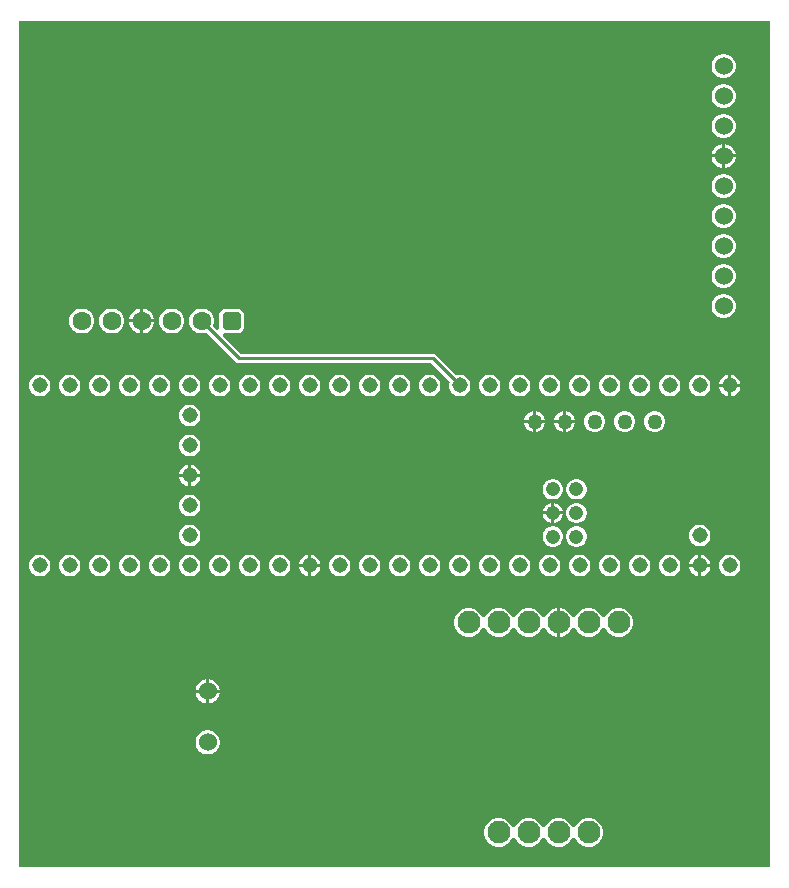
<source format=gbr>
%FSTAX23Y23*%
%MOIN*%
%SFA1B1*%

%IPPOS*%
%AMD27*
4,1,8,-0.015700,-0.031500,0.015700,-0.031500,0.031500,-0.015700,0.031500,0.015700,0.015700,0.031500,-0.015700,0.031500,-0.031500,0.015700,-0.031500,-0.015700,-0.015700,-0.031500,0.0*
1,1,0.031496,-0.015700,-0.015700*
1,1,0.031496,0.015700,-0.015700*
1,1,0.031496,0.015700,0.015700*
1,1,0.031496,-0.015700,0.015700*
%
%ADD13C,0.010000*%
%ADD21C,0.051496*%
%ADD22C,0.049527*%
%ADD23C,0.047559*%
%ADD24C,0.060000*%
%ADD25C,0.076000*%
%ADD26C,0.062992*%
G04~CAMADD=27~8~0.0~0.0~629.9~629.9~157.5~0.0~15~0.0~0.0~0.0~0.0~0~0.0~0.0~0.0~0.0~0~0.0~0.0~0.0~180.0~630.0~630.0*
%ADD27D27*%
%LNpcb1_copper_signal_bot-1*%
%LPD*%
G36*
X02505Y0D02*
X0D01*
Y0282*
X02505*
Y0*
G37*
%LNpcb1_copper_signal_bot-2*%
%LPC*%
G36*
X02355Y0271D02*
X02344D01*
X02334Y02707*
X02325Y02702*
X02317Y02694*
X02312Y02685*
X0231Y02675*
Y02664*
X02312Y02654*
X02317Y02645*
X02325Y02637*
X02334Y02632*
X02344Y0263*
X02355*
X02365Y02632*
X02374Y02637*
X02382Y02645*
X02387Y02654*
X0239Y02664*
Y02675*
X02387Y02685*
X02382Y02694*
X02374Y02702*
X02365Y02707*
X02355Y0271*
G37*
G36*
Y0261D02*
X02344D01*
X02334Y02607*
X02325Y02602*
X02317Y02594*
X02312Y02585*
X0231Y02575*
Y02564*
X02312Y02554*
X02317Y02545*
X02325Y02537*
X02334Y02532*
X02344Y0253*
X02355*
X02365Y02532*
X02374Y02537*
X02382Y02545*
X02387Y02554*
X0239Y02564*
Y02575*
X02387Y02585*
X02382Y02594*
X02374Y02602*
X02365Y02607*
X02355Y0261*
G37*
G36*
Y0251D02*
X02344D01*
X02334Y02507*
X02325Y02502*
X02317Y02494*
X02312Y02485*
X0231Y02475*
Y02464*
X02312Y02454*
X02317Y02445*
X02325Y02437*
X02334Y02432*
X02344Y0243*
X02355*
X02365Y02432*
X02374Y02437*
X02382Y02445*
X02387Y02454*
X0239Y02464*
Y02475*
X02387Y02485*
X02382Y02494*
X02374Y02502*
X02365Y02507*
X02355Y0251*
G37*
G36*
Y0241D02*
X02355D01*
Y02375*
X0239*
Y02375*
X02387Y02385*
X02382Y02394*
X02374Y02402*
X02365Y02407*
X02355Y0241*
G37*
G36*
X02345D02*
X02344D01*
X02334Y02407*
X02325Y02402*
X02317Y02394*
X02312Y02385*
X0231Y02375*
Y02375*
X02345*
Y0241*
G37*
G36*
X0239Y02365D02*
X02355D01*
Y0233*
X02355*
X02365Y02332*
X02374Y02337*
X02382Y02345*
X02387Y02354*
X0239Y02364*
Y02365*
G37*
G36*
X02345D02*
X0231D01*
Y02364*
X02312Y02354*
X02317Y02345*
X02325Y02337*
X02334Y02332*
X02344Y0233*
X02345*
Y02365*
G37*
G36*
X02355Y0231D02*
X02344D01*
X02334Y02307*
X02325Y02302*
X02317Y02294*
X02312Y02285*
X0231Y02275*
Y02264*
X02312Y02254*
X02317Y02245*
X02325Y02237*
X02334Y02232*
X02344Y0223*
X02355*
X02365Y02232*
X02374Y02237*
X02382Y02245*
X02387Y02254*
X0239Y02264*
Y02275*
X02387Y02285*
X02382Y02294*
X02374Y02302*
X02365Y02307*
X02355Y0231*
G37*
G36*
Y0221D02*
X02344D01*
X02334Y02207*
X02325Y02202*
X02317Y02194*
X02312Y02185*
X0231Y02175*
Y02164*
X02312Y02154*
X02317Y02145*
X02325Y02137*
X02334Y02132*
X02344Y0213*
X02355*
X02365Y02132*
X02374Y02137*
X02382Y02145*
X02387Y02154*
X0239Y02164*
Y02175*
X02387Y02185*
X02382Y02194*
X02374Y02202*
X02365Y02207*
X02355Y0221*
G37*
G36*
Y0211D02*
X02344D01*
X02334Y02107*
X02325Y02102*
X02317Y02094*
X02312Y02085*
X0231Y02075*
Y02064*
X02312Y02054*
X02317Y02045*
X02325Y02037*
X02334Y02032*
X02344Y0203*
X02355*
X02365Y02032*
X02374Y02037*
X02382Y02045*
X02387Y02054*
X0239Y02064*
Y02075*
X02387Y02085*
X02382Y02094*
X02374Y02102*
X02365Y02107*
X02355Y0211*
G37*
G36*
Y0201D02*
X02344D01*
X02334Y02007*
X02325Y02002*
X02317Y01994*
X02312Y01985*
X0231Y01975*
Y01964*
X02312Y01954*
X02317Y01945*
X02325Y01937*
X02334Y01932*
X02344Y0193*
X02355*
X02365Y01932*
X02374Y01937*
X02382Y01945*
X02387Y01954*
X0239Y01964*
Y01975*
X02387Y01985*
X02382Y01994*
X02374Y02002*
X02365Y02007*
X02355Y0201*
G37*
G36*
Y0191D02*
X02344D01*
X02334Y01907*
X02325Y01902*
X02317Y01894*
X02312Y01885*
X0231Y01875*
Y01864*
X02312Y01854*
X02317Y01845*
X02325Y01837*
X02334Y01832*
X02344Y0183*
X02355*
X02365Y01832*
X02374Y01837*
X02382Y01845*
X02387Y01854*
X0239Y01864*
Y01875*
X02387Y01885*
X02382Y01894*
X02374Y01902*
X02365Y01907*
X02355Y0191*
G37*
G36*
X00415Y01861D02*
X00415D01*
Y01825*
X00451*
Y01825*
X00448Y01836*
X00443Y01845*
X00435Y01853*
X00426Y01858*
X00415Y01861*
G37*
G36*
X00405D02*
X00404D01*
X00393Y01858*
X00384Y01853*
X00376Y01845*
X00371Y01836*
X00368Y01825*
Y01825*
X00405*
Y01861*
G37*
G36*
X00725Y01861D02*
X00694D01*
X00687Y0186*
X00681Y01858*
X00675Y01854*
X00671Y01848*
X00669Y01842*
X00668Y01835*
Y01804*
X00669Y01797*
X00669Y01795*
X00661Y0179*
X00648Y01803*
X00648Y01803*
X00651Y01814*
Y01825*
X00648Y01836*
X00643Y01845*
X00635Y01853*
X00626Y01858*
X00615Y01861*
X00604*
X00593Y01858*
X00584Y01853*
X00576Y01845*
X00571Y01836*
X00568Y01825*
Y01814*
X00571Y01803*
X00576Y01794*
X00584Y01786*
X00593Y01781*
X00604Y01778*
X00615*
X00626Y01781*
X00626Y01781*
X00724Y01684*
X00729Y0168*
X00735Y01679*
X01373*
X01436Y01617*
X01434Y01609*
Y016*
X01436Y01591*
X01441Y01583*
X01448Y01576*
X01456Y01571*
X01465Y01569*
X01474*
X01483Y01571*
X01491Y01576*
X01498Y01583*
X01503Y01591*
X01505Y016*
Y01609*
X01503Y01618*
X01498Y01626*
X01491Y01633*
X01483Y01638*
X01474Y0164*
X01465*
X01457Y01638*
X0139Y01705*
X01385Y01709*
X0138Y0171*
X00741*
X0068Y01771*
X00685Y01779*
X00687Y01779*
X00694Y01778*
X00725*
X00732Y01779*
X00738Y01781*
X00744Y01785*
X00748Y01791*
X0075Y01797*
X00751Y01804*
Y01835*
X0075Y01842*
X00748Y01848*
X00744Y01854*
X00738Y01858*
X00732Y0186*
X00725Y01861*
G37*
G36*
X00515Y01861D02*
X00504D01*
X00493Y01858*
X00484Y01853*
X00476Y01845*
X00471Y01836*
X00468Y01825*
Y01814*
X00471Y01803*
X00476Y01794*
X00484Y01786*
X00493Y01781*
X00504Y01778*
X00515*
X00526Y01781*
X00535Y01786*
X00543Y01794*
X00548Y01803*
X00551Y01814*
Y01825*
X00548Y01836*
X00543Y01845*
X00535Y01853*
X00526Y01858*
X00515Y01861*
G37*
G36*
X00451Y01815D02*
X00415D01*
Y01778*
X00415*
X00426Y01781*
X00435Y01786*
X00443Y01794*
X00448Y01803*
X00451Y01814*
Y01815*
G37*
G36*
X00405D02*
X00368D01*
Y01814*
X00371Y01803*
X00376Y01794*
X00384Y01786*
X00393Y01781*
X00404Y01778*
X00405*
Y01815*
G37*
G36*
X00315Y01861D02*
X00304D01*
X00293Y01858*
X00284Y01853*
X00276Y01845*
X00271Y01836*
X00268Y01825*
Y01814*
X00271Y01803*
X00276Y01794*
X00284Y01786*
X00293Y01781*
X00304Y01778*
X00315*
X00326Y01781*
X00335Y01786*
X00343Y01794*
X00348Y01803*
X00351Y01814*
Y01825*
X00348Y01836*
X00343Y01845*
X00335Y01853*
X00326Y01858*
X00315Y01861*
G37*
G36*
X00215D02*
X00204D01*
X00193Y01858*
X00184Y01853*
X00176Y01845*
X00171Y01836*
X00168Y01825*
Y01814*
X00171Y01803*
X00176Y01794*
X00184Y01786*
X00193Y01781*
X00204Y01778*
X00215*
X00226Y01781*
X00235Y01786*
X00243Y01794*
X00248Y01803*
X00251Y01814*
Y01825*
X00248Y01836*
X00243Y01845*
X00235Y01853*
X00226Y01858*
X00215Y01861*
G37*
G36*
X02375Y0164D02*
Y0161D01*
X02405*
X02403Y01618*
X02398Y01626*
X02391Y01633*
X02383Y01638*
X02375Y0164*
G37*
G36*
X02365D02*
X02356Y01638D01*
X02348Y01633*
X02341Y01626*
X02336Y01618*
X02334Y0161*
X02365*
Y0164*
G37*
G36*
X02405Y016D02*
X02375D01*
Y01569*
X02383Y01571*
X02391Y01576*
X02398Y01583*
X02403Y01591*
X02405Y016*
G37*
G36*
X02365D02*
X02334D01*
X02336Y01591*
X02341Y01583*
X02348Y01576*
X02356Y01571*
X02365Y01569*
Y016*
G37*
G36*
X02274Y0164D02*
X02265D01*
X02256Y01638*
X02248Y01633*
X02241Y01626*
X02236Y01618*
X02234Y01609*
Y016*
X02236Y01591*
X02241Y01583*
X02248Y01576*
X02256Y01571*
X02265Y01569*
X02274*
X02283Y01571*
X02291Y01576*
X02298Y01583*
X02303Y01591*
X02305Y016*
Y01609*
X02303Y01618*
X02298Y01626*
X02291Y01633*
X02283Y01638*
X02274Y0164*
G37*
G36*
X02174D02*
X02165D01*
X02156Y01638*
X02148Y01633*
X02141Y01626*
X02136Y01618*
X02134Y01609*
Y016*
X02136Y01591*
X02141Y01583*
X02148Y01576*
X02156Y01571*
X02165Y01569*
X02174*
X02183Y01571*
X02191Y01576*
X02198Y01583*
X02203Y01591*
X02205Y016*
Y01609*
X02203Y01618*
X02198Y01626*
X02191Y01633*
X02183Y01638*
X02174Y0164*
G37*
G36*
X02074D02*
X02065D01*
X02056Y01638*
X02048Y01633*
X02041Y01626*
X02036Y01618*
X02034Y01609*
Y016*
X02036Y01591*
X02041Y01583*
X02048Y01576*
X02056Y01571*
X02065Y01569*
X02074*
X02083Y01571*
X02091Y01576*
X02098Y01583*
X02103Y01591*
X02105Y016*
Y01609*
X02103Y01618*
X02098Y01626*
X02091Y01633*
X02083Y01638*
X02074Y0164*
G37*
G36*
X01974D02*
X01965D01*
X01956Y01638*
X01948Y01633*
X01941Y01626*
X01936Y01618*
X01934Y01609*
Y016*
X01936Y01591*
X01941Y01583*
X01948Y01576*
X01956Y01571*
X01965Y01569*
X01974*
X01983Y01571*
X01991Y01576*
X01998Y01583*
X02003Y01591*
X02005Y016*
Y01609*
X02003Y01618*
X01998Y01626*
X01991Y01633*
X01983Y01638*
X01974Y0164*
G37*
G36*
X01874D02*
X01865D01*
X01856Y01638*
X01848Y01633*
X01841Y01626*
X01836Y01618*
X01834Y01609*
Y016*
X01836Y01591*
X01841Y01583*
X01848Y01576*
X01856Y01571*
X01865Y01569*
X01874*
X01883Y01571*
X01891Y01576*
X01898Y01583*
X01903Y01591*
X01905Y016*
Y01609*
X01903Y01618*
X01898Y01626*
X01891Y01633*
X01883Y01638*
X01874Y0164*
G37*
G36*
X01774D02*
X01765D01*
X01756Y01638*
X01748Y01633*
X01741Y01626*
X01736Y01618*
X01734Y01609*
Y016*
X01736Y01591*
X01741Y01583*
X01748Y01576*
X01756Y01571*
X01765Y01569*
X01774*
X01783Y01571*
X01791Y01576*
X01798Y01583*
X01803Y01591*
X01805Y016*
Y01609*
X01803Y01618*
X01798Y01626*
X01791Y01633*
X01783Y01638*
X01774Y0164*
G37*
G36*
X01674D02*
X01665D01*
X01656Y01638*
X01648Y01633*
X01641Y01626*
X01636Y01618*
X01634Y01609*
Y016*
X01636Y01591*
X01641Y01583*
X01648Y01576*
X01656Y01571*
X01665Y01569*
X01674*
X01683Y01571*
X01691Y01576*
X01698Y01583*
X01703Y01591*
X01705Y016*
Y01609*
X01703Y01618*
X01698Y01626*
X01691Y01633*
X01683Y01638*
X01674Y0164*
G37*
G36*
X01574D02*
X01565D01*
X01556Y01638*
X01548Y01633*
X01541Y01626*
X01536Y01618*
X01534Y01609*
Y016*
X01536Y01591*
X01541Y01583*
X01548Y01576*
X01556Y01571*
X01565Y01569*
X01574*
X01583Y01571*
X01591Y01576*
X01598Y01583*
X01603Y01591*
X01605Y016*
Y01609*
X01603Y01618*
X01598Y01626*
X01591Y01633*
X01583Y01638*
X01574Y0164*
G37*
G36*
X01374D02*
X01365D01*
X01356Y01638*
X01348Y01633*
X01341Y01626*
X01336Y01618*
X01334Y01609*
Y016*
X01336Y01591*
X01341Y01583*
X01348Y01576*
X01356Y01571*
X01365Y01569*
X01374*
X01383Y01571*
X01391Y01576*
X01398Y01583*
X01403Y01591*
X01405Y016*
Y01609*
X01403Y01618*
X01398Y01626*
X01391Y01633*
X01383Y01638*
X01374Y0164*
G37*
G36*
X01274D02*
X01265D01*
X01256Y01638*
X01248Y01633*
X01241Y01626*
X01236Y01618*
X01234Y01609*
Y016*
X01236Y01591*
X01241Y01583*
X01248Y01576*
X01256Y01571*
X01265Y01569*
X01274*
X01283Y01571*
X01291Y01576*
X01298Y01583*
X01303Y01591*
X01305Y016*
Y01609*
X01303Y01618*
X01298Y01626*
X01291Y01633*
X01283Y01638*
X01274Y0164*
G37*
G36*
X01174D02*
X01165D01*
X01156Y01638*
X01148Y01633*
X01141Y01626*
X01136Y01618*
X01134Y01609*
Y016*
X01136Y01591*
X01141Y01583*
X01148Y01576*
X01156Y01571*
X01165Y01569*
X01174*
X01183Y01571*
X01191Y01576*
X01198Y01583*
X01203Y01591*
X01205Y016*
Y01609*
X01203Y01618*
X01198Y01626*
X01191Y01633*
X01183Y01638*
X01174Y0164*
G37*
G36*
X01074D02*
X01065D01*
X01056Y01638*
X01048Y01633*
X01041Y01626*
X01036Y01618*
X01034Y01609*
Y016*
X01036Y01591*
X01041Y01583*
X01048Y01576*
X01056Y01571*
X01065Y01569*
X01074*
X01083Y01571*
X01091Y01576*
X01098Y01583*
X01103Y01591*
X01105Y016*
Y01609*
X01103Y01618*
X01098Y01626*
X01091Y01633*
X01083Y01638*
X01074Y0164*
G37*
G36*
X00974D02*
X00965D01*
X00956Y01638*
X00948Y01633*
X00941Y01626*
X00936Y01618*
X00934Y01609*
Y016*
X00936Y01591*
X00941Y01583*
X00948Y01576*
X00956Y01571*
X00965Y01569*
X00974*
X00983Y01571*
X00991Y01576*
X00998Y01583*
X01003Y01591*
X01005Y016*
Y01609*
X01003Y01618*
X00998Y01626*
X00991Y01633*
X00983Y01638*
X00974Y0164*
G37*
G36*
X00874D02*
X00865D01*
X00856Y01638*
X00848Y01633*
X00841Y01626*
X00836Y01618*
X00834Y01609*
Y016*
X00836Y01591*
X00841Y01583*
X00848Y01576*
X00856Y01571*
X00865Y01569*
X00874*
X00883Y01571*
X00891Y01576*
X00898Y01583*
X00903Y01591*
X00905Y016*
Y01609*
X00903Y01618*
X00898Y01626*
X00891Y01633*
X00883Y01638*
X00874Y0164*
G37*
G36*
X00774D02*
X00765D01*
X00756Y01638*
X00748Y01633*
X00741Y01626*
X00736Y01618*
X00734Y01609*
Y016*
X00736Y01591*
X00741Y01583*
X00748Y01576*
X00756Y01571*
X00765Y01569*
X00774*
X00783Y01571*
X00791Y01576*
X00798Y01583*
X00803Y01591*
X00805Y016*
Y01609*
X00803Y01618*
X00798Y01626*
X00791Y01633*
X00783Y01638*
X00774Y0164*
G37*
G36*
X00674D02*
X00665D01*
X00656Y01638*
X00648Y01633*
X00641Y01626*
X00636Y01618*
X00634Y01609*
Y016*
X00636Y01591*
X00641Y01583*
X00648Y01576*
X00656Y01571*
X00665Y01569*
X00674*
X00683Y01571*
X00691Y01576*
X00698Y01583*
X00703Y01591*
X00705Y016*
Y01609*
X00703Y01618*
X00698Y01626*
X00691Y01633*
X00683Y01638*
X00674Y0164*
G37*
G36*
X00574D02*
X00565D01*
X00556Y01638*
X00548Y01633*
X00541Y01626*
X00536Y01618*
X00534Y01609*
Y016*
X00536Y01591*
X00541Y01583*
X00548Y01576*
X00556Y01571*
X00565Y01569*
X00574*
X00583Y01571*
X00591Y01576*
X00598Y01583*
X00603Y01591*
X00605Y016*
Y01609*
X00603Y01618*
X00598Y01626*
X00591Y01633*
X00583Y01638*
X00574Y0164*
G37*
G36*
X00474D02*
X00465D01*
X00456Y01638*
X00448Y01633*
X00441Y01626*
X00436Y01618*
X00434Y01609*
Y016*
X00436Y01591*
X00441Y01583*
X00448Y01576*
X00456Y01571*
X00465Y01569*
X00474*
X00483Y01571*
X00491Y01576*
X00498Y01583*
X00503Y01591*
X00505Y016*
Y01609*
X00503Y01618*
X00498Y01626*
X00491Y01633*
X00483Y01638*
X00474Y0164*
G37*
G36*
X00374D02*
X00365D01*
X00356Y01638*
X00348Y01633*
X00341Y01626*
X00336Y01618*
X00334Y01609*
Y016*
X00336Y01591*
X00341Y01583*
X00348Y01576*
X00356Y01571*
X00365Y01569*
X00374*
X00383Y01571*
X00391Y01576*
X00398Y01583*
X00403Y01591*
X00405Y016*
Y01609*
X00403Y01618*
X00398Y01626*
X00391Y01633*
X00383Y01638*
X00374Y0164*
G37*
G36*
X00274D02*
X00265D01*
X00256Y01638*
X00248Y01633*
X00241Y01626*
X00236Y01618*
X00234Y01609*
Y016*
X00236Y01591*
X00241Y01583*
X00248Y01576*
X00256Y01571*
X00265Y01569*
X00274*
X00283Y01571*
X00291Y01576*
X00298Y01583*
X00303Y01591*
X00305Y016*
Y01609*
X00303Y01618*
X00298Y01626*
X00291Y01633*
X00283Y01638*
X00274Y0164*
G37*
G36*
X00174D02*
X00165D01*
X00156Y01638*
X00148Y01633*
X00141Y01626*
X00136Y01618*
X00134Y01609*
Y016*
X00136Y01591*
X00141Y01583*
X00148Y01576*
X00156Y01571*
X00165Y01569*
X00174*
X00183Y01571*
X00191Y01576*
X00198Y01583*
X00203Y01591*
X00205Y016*
Y01609*
X00203Y01618*
X00198Y01626*
X00191Y01633*
X00183Y01638*
X00174Y0164*
G37*
G36*
X00074D02*
X00065D01*
X00056Y01638*
X00048Y01633*
X00041Y01626*
X00036Y01618*
X00034Y01609*
Y016*
X00036Y01591*
X00041Y01583*
X00048Y01576*
X00056Y01571*
X00065Y01569*
X00074*
X00083Y01571*
X00091Y01576*
X00098Y01583*
X00103Y01591*
X00105Y016*
Y01609*
X00103Y01618*
X00098Y01626*
X00091Y01633*
X00083Y01638*
X00074Y0164*
G37*
G36*
X01725Y01519D02*
Y01489D01*
X01754*
X01752Y01498*
X01747Y01506*
X01741Y01512*
X01733Y01517*
X01725Y01519*
G37*
G36*
X01825D02*
Y01489D01*
X01854*
X01852Y01498*
X01847Y01506*
X01841Y01512*
X01833Y01517*
X01825Y01519*
G37*
G36*
X01715D02*
X01706Y01517D01*
X01698Y01512*
X01692Y01506*
X01687Y01498*
X01685Y01489*
X01715*
Y01519*
G37*
G36*
X01815D02*
X01806Y01517D01*
X01798Y01512*
X01792Y01506*
X01787Y01498*
X01785Y01489*
X01815*
Y01519*
G37*
G36*
X00574Y0154D02*
X00565D01*
X00556Y01538*
X00548Y01533*
X00541Y01526*
X00536Y01518*
X00534Y01509*
Y015*
X00536Y01491*
X00541Y01483*
X00548Y01476*
X00556Y01471*
X00565Y01469*
X00574*
X00583Y01471*
X00591Y01476*
X00598Y01483*
X00603Y01491*
X00605Y015*
Y01509*
X00603Y01518*
X00598Y01526*
X00591Y01533*
X00583Y01538*
X00574Y0154*
G37*
G36*
X01854Y01479D02*
X01825D01*
Y0145*
X01833Y01452*
X01841Y01457*
X01847Y01463*
X01852Y01471*
X01854Y01479*
G37*
G36*
X01754D02*
X01725D01*
Y0145*
X01733Y01452*
X01741Y01457*
X01747Y01463*
X01752Y01471*
X01754Y01479*
G37*
G36*
X01815D02*
X01785D01*
X01787Y01471*
X01792Y01463*
X01798Y01457*
X01806Y01452*
X01815Y0145*
Y01479*
G37*
G36*
X01715D02*
X01685D01*
X01687Y01471*
X01692Y01463*
X01698Y01457*
X01706Y01452*
X01715Y0145*
Y01479*
G37*
G36*
X02124Y01519D02*
X02115D01*
X02106Y01517*
X02098Y01512*
X02092Y01506*
X02087Y01498*
X02085Y01489*
Y0148*
X02087Y01471*
X02092Y01463*
X02098Y01457*
X02106Y01452*
X02115Y0145*
X02124*
X02133Y01452*
X02141Y01457*
X02147Y01463*
X02152Y01471*
X02154Y0148*
Y01489*
X02152Y01498*
X02147Y01506*
X02141Y01512*
X02133Y01517*
X02124Y01519*
G37*
G36*
X02024D02*
X02015D01*
X02006Y01517*
X01998Y01512*
X01992Y01506*
X01987Y01498*
X01985Y01489*
Y0148*
X01987Y01471*
X01992Y01463*
X01998Y01457*
X02006Y01452*
X02015Y0145*
X02024*
X02033Y01452*
X02041Y01457*
X02047Y01463*
X02052Y01471*
X02054Y0148*
Y01489*
X02052Y01498*
X02047Y01506*
X02041Y01512*
X02033Y01517*
X02024Y01519*
G37*
G36*
X01924D02*
X01915D01*
X01906Y01517*
X01898Y01512*
X01892Y01506*
X01887Y01498*
X01885Y01489*
Y0148*
X01887Y01471*
X01892Y01463*
X01898Y01457*
X01906Y01452*
X01915Y0145*
X01924*
X01933Y01452*
X01941Y01457*
X01947Y01463*
X01952Y01471*
X01954Y0148*
Y01489*
X01952Y01498*
X01947Y01506*
X01941Y01512*
X01933Y01517*
X01924Y01519*
G37*
G36*
X00574Y0144D02*
X00565D01*
X00556Y01438*
X00548Y01433*
X00541Y01426*
X00536Y01418*
X00534Y01409*
Y014*
X00536Y01391*
X00541Y01383*
X00548Y01376*
X00556Y01371*
X00565Y01369*
X00574*
X00583Y01371*
X00591Y01376*
X00598Y01383*
X00603Y01391*
X00605Y014*
Y01409*
X00603Y01418*
X00598Y01426*
X00591Y01433*
X00583Y01438*
X00574Y0144*
G37*
G36*
X00575Y0134D02*
Y0131D01*
X00605*
X00603Y01318*
X00598Y01326*
X00591Y01333*
X00583Y01338*
X00575Y0134*
G37*
G36*
X00565D02*
X00556Y01338D01*
X00548Y01333*
X00541Y01326*
X00536Y01318*
X00534Y0131*
X00565*
Y0134*
G37*
G36*
X00605Y013D02*
X00575D01*
Y01269*
X00583Y01271*
X00591Y01276*
X00598Y01283*
X00603Y01291*
X00605Y013*
G37*
G36*
X00565D02*
X00534D01*
X00536Y01291*
X00541Y01283*
X00548Y01276*
X00556Y01271*
X00565Y01269*
Y013*
G37*
G36*
X01863Y01292D02*
X01854D01*
X01846Y0129*
X01838Y01285*
X01832Y01279*
X01827Y01271*
X01825Y01263*
Y01254*
X01827Y01245*
X01832Y01238*
X01838Y01231*
X01846Y01227*
X01854Y01225*
X01863*
X01872Y01227*
X0188Y01231*
X01886Y01238*
X0189Y01245*
X01893Y01254*
Y01263*
X0189Y01271*
X01886Y01279*
X0188Y01285*
X01872Y0129*
X01863Y01292*
G37*
G36*
X01785D02*
X01776D01*
X01767Y0129*
X01759Y01285*
X01753Y01279*
X01749Y01271*
X01746Y01263*
Y01254*
X01749Y01245*
X01753Y01238*
X01759Y01231*
X01767Y01227*
X01776Y01225*
X01785*
X01793Y01227*
X01801Y01231*
X01807Y01238*
X01812Y01245*
X01814Y01254*
Y01263*
X01812Y01271*
X01807Y01279*
X01801Y01285*
X01793Y0129*
X01785Y01292*
G37*
G36*
X01785Y01213D02*
Y01185D01*
X01814*
X01812Y01193*
X01807Y012*
X01801Y01207*
X01793Y01211*
X01785Y01213*
G37*
G36*
X01775D02*
X01767Y01211D01*
X01759Y01207*
X01753Y012*
X01749Y01193*
X01747Y01185*
X01775*
Y01213*
G37*
G36*
X00574Y0124D02*
X00565D01*
X00556Y01238*
X00548Y01233*
X00541Y01226*
X00536Y01218*
X00534Y01209*
Y012*
X00536Y01191*
X00541Y01183*
X00548Y01176*
X00556Y01171*
X00565Y01169*
X00574*
X00583Y01171*
X00591Y01176*
X00598Y01183*
X00603Y01191*
X00605Y012*
Y01209*
X00603Y01218*
X00598Y01226*
X00591Y01233*
X00583Y01238*
X00574Y0124*
G37*
G36*
X01814Y01175D02*
X01785D01*
Y01146*
X01793Y01148*
X01801Y01153*
X01807Y01159*
X01812Y01167*
X01814Y01175*
G37*
G36*
X01775D02*
X01747D01*
X01749Y01167*
X01753Y01159*
X01759Y01153*
X01767Y01148*
X01775Y01146*
Y01175*
G37*
G36*
X01863Y01213D02*
X01854D01*
X01846Y01211*
X01838Y01207*
X01832Y012*
X01827Y01193*
X01825Y01184*
Y01175*
X01827Y01167*
X01832Y01159*
X01838Y01153*
X01846Y01148*
X01854Y01146*
X01863*
X01872Y01148*
X0188Y01153*
X01886Y01159*
X0189Y01167*
X01893Y01175*
Y01184*
X0189Y01193*
X01886Y012*
X0188Y01207*
X01872Y01211*
X01863Y01213*
G37*
G36*
X02274Y0114D02*
X02265D01*
X02256Y01138*
X02248Y01133*
X02241Y01126*
X02236Y01118*
X02234Y01109*
Y011*
X02236Y01091*
X02241Y01083*
X02248Y01076*
X02256Y01071*
X02265Y01069*
X02274*
X02283Y01071*
X02291Y01076*
X02298Y01083*
X02303Y01091*
X02305Y011*
Y01109*
X02303Y01118*
X02298Y01126*
X02291Y01133*
X02283Y01138*
X02274Y0114*
G37*
G36*
X00574D02*
X00565D01*
X00556Y01138*
X00548Y01133*
X00541Y01126*
X00536Y01118*
X00534Y01109*
Y011*
X00536Y01091*
X00541Y01083*
X00548Y01076*
X00556Y01071*
X00565Y01069*
X00574*
X00583Y01071*
X00591Y01076*
X00598Y01083*
X00603Y01091*
X00605Y011*
Y01109*
X00603Y01118*
X00598Y01126*
X00591Y01133*
X00583Y01138*
X00574Y0114*
G37*
G36*
X01863Y01135D02*
X01854D01*
X01846Y01132*
X01838Y01128*
X01832Y01122*
X01827Y01114*
X01825Y01105*
Y01097*
X01827Y01088*
X01832Y0108*
X01838Y01074*
X01846Y01069*
X01854Y01067*
X01863*
X01872Y01069*
X0188Y01074*
X01886Y0108*
X0189Y01088*
X01893Y01097*
Y01105*
X0189Y01114*
X01886Y01122*
X0188Y01128*
X01872Y01132*
X01863Y01135*
G37*
G36*
X01785D02*
X01776D01*
X01767Y01132*
X01759Y01128*
X01753Y01122*
X01749Y01114*
X01746Y01105*
Y01097*
X01749Y01088*
X01753Y0108*
X01759Y01074*
X01767Y01069*
X01776Y01067*
X01785*
X01793Y01069*
X01801Y01074*
X01807Y0108*
X01812Y01088*
X01814Y01097*
Y01105*
X01812Y01114*
X01807Y01122*
X01801Y01128*
X01793Y01132*
X01785Y01135*
G37*
G36*
X02275Y0104D02*
Y0101D01*
X02305*
X02303Y01018*
X02298Y01026*
X02291Y01033*
X02283Y01038*
X02275Y0104*
G37*
G36*
X00975D02*
Y0101D01*
X01005*
X01003Y01018*
X00998Y01026*
X00991Y01033*
X00983Y01038*
X00975Y0104*
G37*
G36*
X00965D02*
X00956Y01038D01*
X00948Y01033*
X00941Y01026*
X00936Y01018*
X00934Y0101*
X00965*
Y0104*
G37*
G36*
X02265D02*
X02256Y01038D01*
X02248Y01033*
X02241Y01026*
X02236Y01018*
X02234Y0101*
X02265*
Y0104*
G37*
G36*
X02305Y01D02*
X02275D01*
Y00969*
X02283Y00971*
X02291Y00976*
X02298Y00983*
X02303Y00991*
X02305Y01*
G37*
G36*
X01005D02*
X00975D01*
Y00969*
X00983Y00971*
X00991Y00976*
X00998Y00983*
X01003Y00991*
X01005Y01*
G37*
G36*
X00965D02*
X00934D01*
X00936Y00991*
X00941Y00983*
X00948Y00976*
X00956Y00971*
X00965Y00969*
Y01*
G37*
G36*
X02265D02*
X02234D01*
X02236Y00991*
X02241Y00983*
X02248Y00976*
X02256Y00971*
X02265Y00969*
Y01*
G37*
G36*
X02374Y0104D02*
X02365D01*
X02356Y01038*
X02348Y01033*
X02341Y01026*
X02336Y01018*
X02334Y01009*
Y01*
X02336Y00991*
X02341Y00983*
X02348Y00976*
X02356Y00971*
X02365Y00969*
X02374*
X02383Y00971*
X02391Y00976*
X02398Y00983*
X02403Y00991*
X02405Y01*
Y01009*
X02403Y01018*
X02398Y01026*
X02391Y01033*
X02383Y01038*
X02374Y0104*
G37*
G36*
X02174D02*
X02165D01*
X02156Y01038*
X02148Y01033*
X02141Y01026*
X02136Y01018*
X02134Y01009*
Y01*
X02136Y00991*
X02141Y00983*
X02148Y00976*
X02156Y00971*
X02165Y00969*
X02174*
X02183Y00971*
X02191Y00976*
X02198Y00983*
X02203Y00991*
X02205Y01*
Y01009*
X02203Y01018*
X02198Y01026*
X02191Y01033*
X02183Y01038*
X02174Y0104*
G37*
G36*
X02074D02*
X02065D01*
X02056Y01038*
X02048Y01033*
X02041Y01026*
X02036Y01018*
X02034Y01009*
Y01*
X02036Y00991*
X02041Y00983*
X02048Y00976*
X02056Y00971*
X02065Y00969*
X02074*
X02083Y00971*
X02091Y00976*
X02098Y00983*
X02103Y00991*
X02105Y01*
Y01009*
X02103Y01018*
X02098Y01026*
X02091Y01033*
X02083Y01038*
X02074Y0104*
G37*
G36*
X01974D02*
X01965D01*
X01956Y01038*
X01948Y01033*
X01941Y01026*
X01936Y01018*
X01934Y01009*
Y01*
X01936Y00991*
X01941Y00983*
X01948Y00976*
X01956Y00971*
X01965Y00969*
X01974*
X01983Y00971*
X01991Y00976*
X01998Y00983*
X02003Y00991*
X02005Y01*
Y01009*
X02003Y01018*
X01998Y01026*
X01991Y01033*
X01983Y01038*
X01974Y0104*
G37*
G36*
X01874D02*
X01865D01*
X01856Y01038*
X01848Y01033*
X01841Y01026*
X01836Y01018*
X01834Y01009*
Y01*
X01836Y00991*
X01841Y00983*
X01848Y00976*
X01856Y00971*
X01865Y00969*
X01874*
X01883Y00971*
X01891Y00976*
X01898Y00983*
X01903Y00991*
X01905Y01*
Y01009*
X01903Y01018*
X01898Y01026*
X01891Y01033*
X01883Y01038*
X01874Y0104*
G37*
G36*
X01774D02*
X01765D01*
X01756Y01038*
X01748Y01033*
X01741Y01026*
X01736Y01018*
X01734Y01009*
Y01*
X01736Y00991*
X01741Y00983*
X01748Y00976*
X01756Y00971*
X01765Y00969*
X01774*
X01783Y00971*
X01791Y00976*
X01798Y00983*
X01803Y00991*
X01805Y01*
Y01009*
X01803Y01018*
X01798Y01026*
X01791Y01033*
X01783Y01038*
X01774Y0104*
G37*
G36*
X01674D02*
X01665D01*
X01656Y01038*
X01648Y01033*
X01641Y01026*
X01636Y01018*
X01634Y01009*
Y01*
X01636Y00991*
X01641Y00983*
X01648Y00976*
X01656Y00971*
X01665Y00969*
X01674*
X01683Y00971*
X01691Y00976*
X01698Y00983*
X01703Y00991*
X01705Y01*
Y01009*
X01703Y01018*
X01698Y01026*
X01691Y01033*
X01683Y01038*
X01674Y0104*
G37*
G36*
X01574D02*
X01565D01*
X01556Y01038*
X01548Y01033*
X01541Y01026*
X01536Y01018*
X01534Y01009*
Y01*
X01536Y00991*
X01541Y00983*
X01548Y00976*
X01556Y00971*
X01565Y00969*
X01574*
X01583Y00971*
X01591Y00976*
X01598Y00983*
X01603Y00991*
X01605Y01*
Y01009*
X01603Y01018*
X01598Y01026*
X01591Y01033*
X01583Y01038*
X01574Y0104*
G37*
G36*
X01474D02*
X01465D01*
X01456Y01038*
X01448Y01033*
X01441Y01026*
X01436Y01018*
X01434Y01009*
Y01*
X01436Y00991*
X01441Y00983*
X01448Y00976*
X01456Y00971*
X01465Y00969*
X01474*
X01483Y00971*
X01491Y00976*
X01498Y00983*
X01503Y00991*
X01505Y01*
Y01009*
X01503Y01018*
X01498Y01026*
X01491Y01033*
X01483Y01038*
X01474Y0104*
G37*
G36*
X01374D02*
X01365D01*
X01356Y01038*
X01348Y01033*
X01341Y01026*
X01336Y01018*
X01334Y01009*
Y01*
X01336Y00991*
X01341Y00983*
X01348Y00976*
X01356Y00971*
X01365Y00969*
X01374*
X01383Y00971*
X01391Y00976*
X01398Y00983*
X01403Y00991*
X01405Y01*
Y01009*
X01403Y01018*
X01398Y01026*
X01391Y01033*
X01383Y01038*
X01374Y0104*
G37*
G36*
X01274D02*
X01265D01*
X01256Y01038*
X01248Y01033*
X01241Y01026*
X01236Y01018*
X01234Y01009*
Y01*
X01236Y00991*
X01241Y00983*
X01248Y00976*
X01256Y00971*
X01265Y00969*
X01274*
X01283Y00971*
X01291Y00976*
X01298Y00983*
X01303Y00991*
X01305Y01*
Y01009*
X01303Y01018*
X01298Y01026*
X01291Y01033*
X01283Y01038*
X01274Y0104*
G37*
G36*
X01174D02*
X01165D01*
X01156Y01038*
X01148Y01033*
X01141Y01026*
X01136Y01018*
X01134Y01009*
Y01*
X01136Y00991*
X01141Y00983*
X01148Y00976*
X01156Y00971*
X01165Y00969*
X01174*
X01183Y00971*
X01191Y00976*
X01198Y00983*
X01203Y00991*
X01205Y01*
Y01009*
X01203Y01018*
X01198Y01026*
X01191Y01033*
X01183Y01038*
X01174Y0104*
G37*
G36*
X01074D02*
X01065D01*
X01056Y01038*
X01048Y01033*
X01041Y01026*
X01036Y01018*
X01034Y01009*
Y01*
X01036Y00991*
X01041Y00983*
X01048Y00976*
X01056Y00971*
X01065Y00969*
X01074*
X01083Y00971*
X01091Y00976*
X01098Y00983*
X01103Y00991*
X01105Y01*
Y01009*
X01103Y01018*
X01098Y01026*
X01091Y01033*
X01083Y01038*
X01074Y0104*
G37*
G36*
X00874D02*
X00865D01*
X00856Y01038*
X00848Y01033*
X00841Y01026*
X00836Y01018*
X00834Y01009*
Y01*
X00836Y00991*
X00841Y00983*
X00848Y00976*
X00856Y00971*
X00865Y00969*
X00874*
X00883Y00971*
X00891Y00976*
X00898Y00983*
X00903Y00991*
X00905Y01*
Y01009*
X00903Y01018*
X00898Y01026*
X00891Y01033*
X00883Y01038*
X00874Y0104*
G37*
G36*
X00774D02*
X00765D01*
X00756Y01038*
X00748Y01033*
X00741Y01026*
X00736Y01018*
X00734Y01009*
Y01*
X00736Y00991*
X00741Y00983*
X00748Y00976*
X00756Y00971*
X00765Y00969*
X00774*
X00783Y00971*
X00791Y00976*
X00798Y00983*
X00803Y00991*
X00805Y01*
Y01009*
X00803Y01018*
X00798Y01026*
X00791Y01033*
X00783Y01038*
X00774Y0104*
G37*
G36*
X00674D02*
X00665D01*
X00656Y01038*
X00648Y01033*
X00641Y01026*
X00636Y01018*
X00634Y01009*
Y01*
X00636Y00991*
X00641Y00983*
X00648Y00976*
X00656Y00971*
X00665Y00969*
X00674*
X00683Y00971*
X00691Y00976*
X00698Y00983*
X00703Y00991*
X00705Y01*
Y01009*
X00703Y01018*
X00698Y01026*
X00691Y01033*
X00683Y01038*
X00674Y0104*
G37*
G36*
X00574D02*
X00565D01*
X00556Y01038*
X00548Y01033*
X00541Y01026*
X00536Y01018*
X00534Y01009*
Y01*
X00536Y00991*
X00541Y00983*
X00548Y00976*
X00556Y00971*
X00565Y00969*
X00574*
X00583Y00971*
X00591Y00976*
X00598Y00983*
X00603Y00991*
X00605Y01*
Y01009*
X00603Y01018*
X00598Y01026*
X00591Y01033*
X00583Y01038*
X00574Y0104*
G37*
G36*
X00474D02*
X00465D01*
X00456Y01038*
X00448Y01033*
X00441Y01026*
X00436Y01018*
X00434Y01009*
Y01*
X00436Y00991*
X00441Y00983*
X00448Y00976*
X00456Y00971*
X00465Y00969*
X00474*
X00483Y00971*
X00491Y00976*
X00498Y00983*
X00503Y00991*
X00505Y01*
Y01009*
X00503Y01018*
X00498Y01026*
X00491Y01033*
X00483Y01038*
X00474Y0104*
G37*
G36*
X00374D02*
X00365D01*
X00356Y01038*
X00348Y01033*
X00341Y01026*
X00336Y01018*
X00334Y01009*
Y01*
X00336Y00991*
X00341Y00983*
X00348Y00976*
X00356Y00971*
X00365Y00969*
X00374*
X00383Y00971*
X00391Y00976*
X00398Y00983*
X00403Y00991*
X00405Y01*
Y01009*
X00403Y01018*
X00398Y01026*
X00391Y01033*
X00383Y01038*
X00374Y0104*
G37*
G36*
X00274D02*
X00265D01*
X00256Y01038*
X00248Y01033*
X00241Y01026*
X00236Y01018*
X00234Y01009*
Y01*
X00236Y00991*
X00241Y00983*
X00248Y00976*
X00256Y00971*
X00265Y00969*
X00274*
X00283Y00971*
X00291Y00976*
X00298Y00983*
X00303Y00991*
X00305Y01*
Y01009*
X00303Y01018*
X00298Y01026*
X00291Y01033*
X00283Y01038*
X00274Y0104*
G37*
G36*
X00174D02*
X00165D01*
X00156Y01038*
X00148Y01033*
X00141Y01026*
X00136Y01018*
X00134Y01009*
Y01*
X00136Y00991*
X00141Y00983*
X00148Y00976*
X00156Y00971*
X00165Y00969*
X00174*
X00183Y00971*
X00191Y00976*
X00198Y00983*
X00203Y00991*
X00205Y01*
Y01009*
X00203Y01018*
X00198Y01026*
X00191Y01033*
X00183Y01038*
X00174Y0104*
G37*
G36*
X00074D02*
X00065D01*
X00056Y01038*
X00048Y01033*
X00041Y01026*
X00036Y01018*
X00034Y01009*
Y01*
X00036Y00991*
X00041Y00983*
X00048Y00976*
X00056Y00971*
X00065Y00969*
X00074*
X00083Y00971*
X00091Y00976*
X00098Y00983*
X00103Y00991*
X00105Y01*
Y01009*
X00103Y01018*
X00098Y01026*
X00091Y01033*
X00083Y01038*
X00074Y0104*
G37*
G36*
X02006Y00863D02*
X01993D01*
X01981Y00859*
X0197Y00853*
X01961Y00844*
X01955Y00833*
X01955Y00833*
X01944*
X01944Y00833*
X01938Y00844*
X01929Y00853*
X01918Y00859*
X01906Y00863*
X01893*
X01881Y00859*
X0187Y00853*
X01861Y00844*
X01855Y00833*
X01855Y00833*
X01844*
X01844Y00833*
X01838Y00844*
X01829Y00853*
X01818Y00859*
X01806Y00863*
X01805*
Y00815*
Y00767*
X01806*
X01818Y0077*
X01829Y00776*
X01838Y00785*
X01844Y00796*
X01844Y00796*
X01855*
X01855Y00796*
X01861Y00785*
X0187Y00776*
X01881Y0077*
X01893Y00767*
X01906*
X01918Y0077*
X01929Y00776*
X01938Y00785*
X01944Y00796*
X01944Y00796*
X01955*
X01955Y00796*
X01961Y00785*
X0197Y00776*
X01981Y0077*
X01993Y00767*
X02006*
X02018Y0077*
X02029Y00776*
X02038Y00785*
X02044Y00796*
X02048Y00808*
Y00821*
X02044Y00833*
X02038Y00844*
X02029Y00853*
X02018Y00859*
X02006Y00863*
G37*
G36*
X01795D02*
X01793D01*
X01781Y00859*
X0177Y00853*
X01761Y00844*
X01755Y00833*
X01755Y00833*
X01744*
X01744Y00833*
X01738Y00844*
X01729Y00853*
X01718Y00859*
X01706Y00863*
X01693*
X01681Y00859*
X0167Y00853*
X01661Y00844*
X01655Y00833*
X01655Y00833*
X01644*
X01644Y00833*
X01638Y00844*
X01629Y00853*
X01618Y00859*
X01606Y00863*
X01593*
X01581Y00859*
X0157Y00853*
X01561Y00844*
X01555Y00833*
X01555Y00833*
X01544*
X01544Y00833*
X01538Y00844*
X01529Y00853*
X01518Y00859*
X01506Y00863*
X01493*
X01481Y00859*
X0147Y00853*
X01461Y00844*
X01455Y00833*
X01452Y00821*
Y00808*
X01455Y00796*
X01461Y00785*
X0147Y00776*
X01481Y0077*
X01493Y00767*
X01506*
X01518Y0077*
X01529Y00776*
X01538Y00785*
X01544Y00796*
X01544Y00796*
X01555*
X01555Y00796*
X01561Y00785*
X0157Y00776*
X01581Y0077*
X01593Y00767*
X01606*
X01618Y0077*
X01629Y00776*
X01638Y00785*
X01644Y00796*
X01644Y00796*
X01655*
X01655Y00796*
X01661Y00785*
X0167Y00776*
X01681Y0077*
X01693Y00767*
X01706*
X01718Y0077*
X01729Y00776*
X01738Y00785*
X01744Y00796*
X01744Y00796*
X01755*
X01755Y00796*
X01761Y00785*
X0177Y00776*
X01781Y0077*
X01793Y00767*
X01795*
Y00815*
Y00863*
G37*
G36*
X00635Y00625D02*
X00635D01*
Y0059*
X0067*
Y0059*
X00667Y006*
X00662Y00609*
X00654Y00617*
X00645Y00622*
X00635Y00625*
G37*
G36*
X00625D02*
X00624D01*
X00614Y00622*
X00605Y00617*
X00597Y00609*
X00592Y006*
X0059Y0059*
Y0059*
X00625*
Y00625*
G37*
G36*
X0067Y0058D02*
X00635D01*
Y00545*
X00635*
X00645Y00547*
X00654Y00552*
X00662Y0056*
X00667Y00569*
X0067Y00579*
Y0058*
G37*
G36*
X00625D02*
X0059D01*
Y00579*
X00592Y00569*
X00597Y0056*
X00605Y00552*
X00614Y00547*
X00624Y00545*
X00625*
Y0058*
G37*
G36*
X00635Y00455D02*
X00624D01*
X00614Y00452*
X00605Y00447*
X00597Y00439*
X00592Y0043*
X0059Y0042*
Y00409*
X00592Y00399*
X00597Y0039*
X00605Y00382*
X00614Y00377*
X00624Y00375*
X00635*
X00645Y00377*
X00654Y00382*
X00662Y0039*
X00667Y00399*
X0067Y00409*
Y0042*
X00667Y0043*
X00662Y00439*
X00654Y00447*
X00645Y00452*
X00635Y00455*
G37*
G36*
X01906Y00163D02*
X01893D01*
X01881Y00159*
X0187Y00153*
X01861Y00144*
X01855Y00133*
X01855Y00133*
X01844*
X01844Y00133*
X01838Y00144*
X01829Y00153*
X01818Y00159*
X01806Y00163*
X01793*
X01781Y00159*
X0177Y00153*
X01761Y00144*
X01755Y00133*
X01755Y00133*
X01744*
X01744Y00133*
X01738Y00144*
X01729Y00153*
X01718Y00159*
X01706Y00163*
X01693*
X01681Y00159*
X0167Y00153*
X01661Y00144*
X01655Y00133*
X01655Y00133*
X01644*
X01644Y00133*
X01638Y00144*
X01629Y00153*
X01618Y00159*
X01606Y00163*
X01593*
X01581Y00159*
X0157Y00153*
X01561Y00144*
X01555Y00133*
X01552Y00121*
Y00108*
X01555Y00096*
X01561Y00085*
X0157Y00076*
X01581Y0007*
X01593Y00067*
X01606*
X01618Y0007*
X01629Y00076*
X01638Y00085*
X01644Y00096*
X01644Y00096*
X01655*
X01655Y00096*
X01661Y00085*
X0167Y00076*
X01681Y0007*
X01693Y00067*
X01706*
X01718Y0007*
X01729Y00076*
X01738Y00085*
X01744Y00096*
X01744Y00096*
X01755*
X01755Y00096*
X01761Y00085*
X0177Y00076*
X01781Y0007*
X01793Y00067*
X01806*
X01818Y0007*
X01829Y00076*
X01838Y00085*
X01844Y00096*
X01844Y00096*
X01855*
X01855Y00096*
X01861Y00085*
X0187Y00076*
X01881Y0007*
X01893Y00067*
X01906*
X01918Y0007*
X01929Y00076*
X01938Y00085*
X01944Y00096*
X01948Y00108*
Y00121*
X01944Y00133*
X01938Y00144*
X01929Y00153*
X01918Y00159*
X01906Y00163*
G37*
%LNpcb1_copper_signal_bot-3*%
%LPD*%
G54D13*
X0061Y0182D02*
X00735Y01695D01*
X0138D02*
X0147Y01605D01*
X00735Y01695D02*
X0138D01*
G54D21*
X0087Y01005D03*
X0077D03*
X0067D03*
X0057D03*
X0047D03*
X0037D03*
X0027D03*
X0017D03*
X0007D03*
Y01605D03*
X0017D03*
X0027D03*
X0037D03*
X0047D03*
X0057D03*
X0067D03*
X0077D03*
X0087D03*
X0237Y01005D03*
X0227D03*
X0217D03*
X0207D03*
X0197D03*
X0187D03*
X0177D03*
X0167D03*
X0157D03*
X0147D03*
X0137D03*
X0127D03*
X0117D03*
X0107D03*
X0097Y01605D03*
X0107D03*
X0117D03*
X0127D03*
X0137D03*
X0147D03*
X0157D03*
X0167D03*
X0177D03*
X0187D03*
X0197D03*
X0207D03*
X0217D03*
X0097Y01005D03*
X0057Y01205D03*
X0227Y01105D03*
X0057D03*
Y01305D03*
Y01405D03*
Y01505D03*
X0227Y01605D03*
X0237D03*
G54D22*
X0172Y01484D03*
X0182D03*
X0192D03*
X0202D03*
X0212D03*
G54D23*
X01859Y01258D03*
Y0118D03*
X0178Y01258D03*
Y0118D03*
X01859Y01101D03*
X0178D03*
G54D24*
X0063Y00585D03*
Y00415D03*
X0235Y0267D03*
Y0257D03*
Y0247D03*
Y0237D03*
Y0187D03*
Y0197D03*
Y0207D03*
Y0217D03*
Y0227D03*
G54D25*
X018Y00115D03*
X017D03*
X019D03*
X016D03*
X018Y00815D03*
X017D03*
X019D03*
X016D03*
X02D03*
X015D03*
G54D26*
X0041Y0182D03*
X0061D03*
X0051D03*
X0031D03*
X0021D03*
G54D27*
X0071Y0182D03*
M02*
</source>
